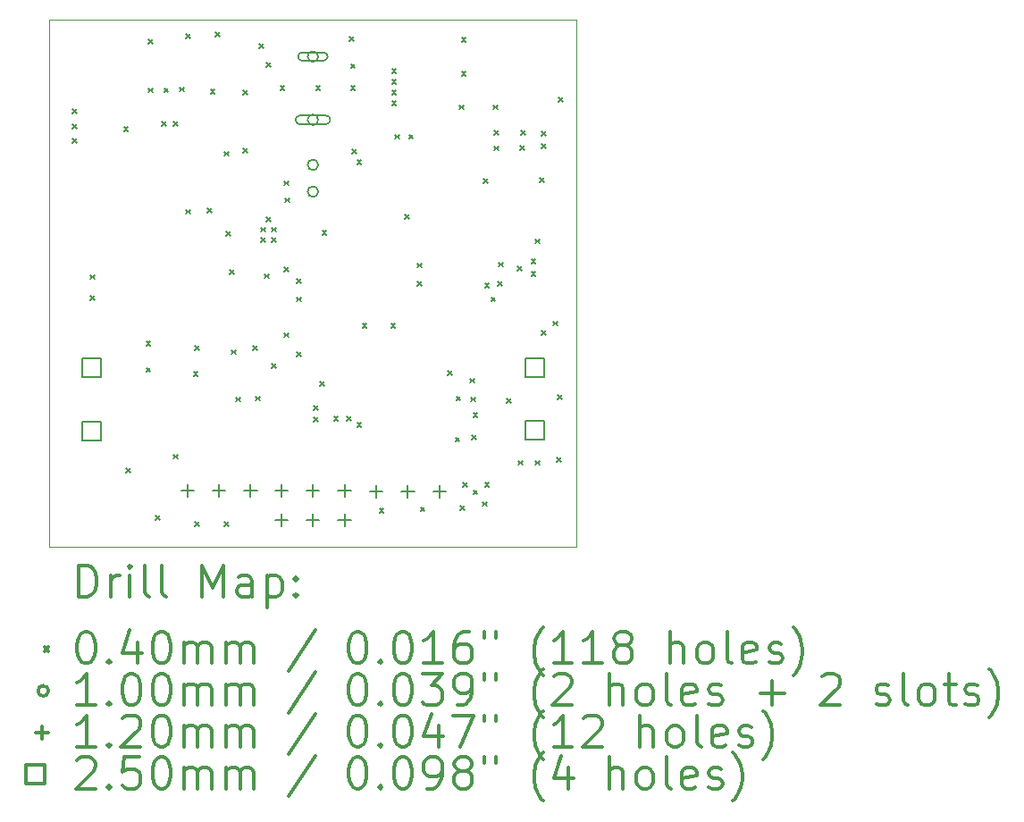
<source format=gbr>
%FSLAX45Y45*%
G04 Gerber Fmt 4.5, Leading zero omitted, Abs format (unit mm)*
G04 Created by KiCad (PCBNEW (5.1.8)-1) date 2022-11-19 17:46:05*
%MOMM*%
%LPD*%
G01*
G04 APERTURE LIST*
%TA.AperFunction,Profile*%
%ADD10C,0.100000*%
%TD*%
%ADD11C,0.200000*%
%ADD12C,0.300000*%
G04 APERTURE END LIST*
D10*
X15000000Y-5000000D02*
X15000000Y-10000000D01*
X10000000Y-5000000D02*
X15000000Y-5000000D01*
X10000000Y-10000000D02*
X10000000Y-5000000D01*
X15000000Y-10000000D02*
X10000000Y-10000000D01*
D11*
X10220000Y-5850000D02*
X10260000Y-5890000D01*
X10260000Y-5850000D02*
X10220000Y-5890000D01*
X10220000Y-5990000D02*
X10260000Y-6030000D01*
X10260000Y-5990000D02*
X10220000Y-6030000D01*
X10220000Y-6130000D02*
X10260000Y-6170000D01*
X10260000Y-6130000D02*
X10220000Y-6170000D01*
X10390000Y-7420000D02*
X10430000Y-7460000D01*
X10430000Y-7420000D02*
X10390000Y-7460000D01*
X10390000Y-7620000D02*
X10430000Y-7660000D01*
X10430000Y-7620000D02*
X10390000Y-7660000D01*
X10710000Y-6020000D02*
X10750000Y-6060000D01*
X10750000Y-6020000D02*
X10710000Y-6060000D01*
X10730000Y-9250000D02*
X10770000Y-9290000D01*
X10770000Y-9250000D02*
X10730000Y-9290000D01*
X10920000Y-8050000D02*
X10960000Y-8090000D01*
X10960000Y-8050000D02*
X10920000Y-8090000D01*
X10920000Y-8300000D02*
X10960000Y-8340000D01*
X10960000Y-8300000D02*
X10920000Y-8340000D01*
X10940000Y-5190000D02*
X10980000Y-5230000D01*
X10980000Y-5190000D02*
X10940000Y-5230000D01*
X10940000Y-5650000D02*
X10980000Y-5690000D01*
X10980000Y-5650000D02*
X10940000Y-5690000D01*
X11010000Y-9700000D02*
X11050000Y-9740000D01*
X11050000Y-9700000D02*
X11010000Y-9740000D01*
X11070000Y-5970000D02*
X11110000Y-6010000D01*
X11110000Y-5970000D02*
X11070000Y-6010000D01*
X11090000Y-5650000D02*
X11130000Y-5690000D01*
X11130000Y-5650000D02*
X11090000Y-5690000D01*
X11180000Y-5970000D02*
X11220000Y-6010000D01*
X11220000Y-5970000D02*
X11180000Y-6010000D01*
X11180000Y-9120000D02*
X11220000Y-9160000D01*
X11220000Y-9120000D02*
X11180000Y-9160000D01*
X11240000Y-5640000D02*
X11280000Y-5680000D01*
X11280000Y-5640000D02*
X11240000Y-5680000D01*
X11300000Y-5140000D02*
X11340000Y-5180000D01*
X11340000Y-5140000D02*
X11300000Y-5180000D01*
X11300000Y-6800000D02*
X11340000Y-6840000D01*
X11340000Y-6800000D02*
X11300000Y-6840000D01*
X11370000Y-8340000D02*
X11410000Y-8380000D01*
X11410000Y-8340000D02*
X11370000Y-8380000D01*
X11380000Y-8090000D02*
X11420000Y-8130000D01*
X11420000Y-8090000D02*
X11380000Y-8130000D01*
X11380000Y-9760000D02*
X11420000Y-9800000D01*
X11420000Y-9760000D02*
X11380000Y-9800000D01*
X11500000Y-6790000D02*
X11540000Y-6830000D01*
X11540000Y-6790000D02*
X11500000Y-6830000D01*
X11530000Y-5660000D02*
X11570000Y-5700000D01*
X11570000Y-5660000D02*
X11530000Y-5700000D01*
X11580000Y-5120000D02*
X11620000Y-5160000D01*
X11620000Y-5120000D02*
X11580000Y-5160000D01*
X11660000Y-6250000D02*
X11700000Y-6290000D01*
X11700000Y-6250000D02*
X11660000Y-6290000D01*
X11660000Y-9760000D02*
X11700000Y-9800000D01*
X11700000Y-9760000D02*
X11660000Y-9800000D01*
X11680000Y-7010000D02*
X11720000Y-7050000D01*
X11720000Y-7010000D02*
X11680000Y-7050000D01*
X11710000Y-7370000D02*
X11750000Y-7410000D01*
X11750000Y-7370000D02*
X11710000Y-7410000D01*
X11730000Y-8130000D02*
X11770000Y-8170000D01*
X11770000Y-8130000D02*
X11730000Y-8170000D01*
X11770000Y-8580000D02*
X11810000Y-8620000D01*
X11810000Y-8580000D02*
X11770000Y-8620000D01*
X11840000Y-5670000D02*
X11880000Y-5710000D01*
X11880000Y-5670000D02*
X11840000Y-5710000D01*
X11840000Y-6220000D02*
X11880000Y-6260000D01*
X11880000Y-6220000D02*
X11840000Y-6260000D01*
X11930000Y-8090000D02*
X11970000Y-8130000D01*
X11970000Y-8090000D02*
X11930000Y-8130000D01*
X11960000Y-8570000D02*
X12000000Y-8610000D01*
X12000000Y-8570000D02*
X11960000Y-8610000D01*
X11990000Y-5230000D02*
X12030000Y-5270000D01*
X12030000Y-5230000D02*
X11990000Y-5270000D01*
X12010000Y-6970000D02*
X12050000Y-7010000D01*
X12050000Y-6970000D02*
X12010000Y-7010000D01*
X12010000Y-7070000D02*
X12050000Y-7110000D01*
X12050000Y-7070000D02*
X12010000Y-7110000D01*
X12040000Y-7410000D02*
X12080000Y-7450000D01*
X12080000Y-7410000D02*
X12040000Y-7450000D01*
X12060000Y-5410000D02*
X12100000Y-5450000D01*
X12100000Y-5410000D02*
X12060000Y-5450000D01*
X12060000Y-6870000D02*
X12100000Y-6910000D01*
X12100000Y-6870000D02*
X12060000Y-6910000D01*
X12110000Y-6970000D02*
X12150000Y-7010000D01*
X12150000Y-6970000D02*
X12110000Y-7010000D01*
X12110000Y-7070000D02*
X12150000Y-7110000D01*
X12150000Y-7070000D02*
X12110000Y-7110000D01*
X12110000Y-8260000D02*
X12150000Y-8300000D01*
X12150000Y-8260000D02*
X12110000Y-8300000D01*
X12190000Y-5630000D02*
X12230000Y-5670000D01*
X12230000Y-5630000D02*
X12190000Y-5670000D01*
X12230000Y-6530000D02*
X12270000Y-6570000D01*
X12270000Y-6530000D02*
X12230000Y-6570000D01*
X12230000Y-7350001D02*
X12270000Y-7390001D01*
X12270000Y-7350001D02*
X12230000Y-7390001D01*
X12230000Y-7970000D02*
X12270000Y-8010000D01*
X12270000Y-7970000D02*
X12230000Y-8010000D01*
X12240000Y-6690000D02*
X12280000Y-6730000D01*
X12280000Y-6690000D02*
X12240000Y-6730000D01*
X12350000Y-7460000D02*
X12390000Y-7500000D01*
X12390000Y-7460000D02*
X12350000Y-7500000D01*
X12350000Y-7630000D02*
X12390000Y-7670000D01*
X12390000Y-7630000D02*
X12350000Y-7670000D01*
X12350000Y-8150000D02*
X12390000Y-8190000D01*
X12390000Y-8150000D02*
X12350000Y-8190000D01*
X12510000Y-8660000D02*
X12550000Y-8700000D01*
X12550000Y-8660000D02*
X12510000Y-8700000D01*
X12510000Y-8770000D02*
X12550000Y-8810000D01*
X12550000Y-8770000D02*
X12510000Y-8810000D01*
X12530000Y-5630000D02*
X12570000Y-5670000D01*
X12570000Y-5630000D02*
X12530000Y-5670000D01*
X12570001Y-8428226D02*
X12610001Y-8468226D01*
X12610001Y-8428226D02*
X12570001Y-8468226D01*
X12590000Y-7000000D02*
X12630000Y-7040000D01*
X12630000Y-7000000D02*
X12590000Y-7040000D01*
X12700000Y-8760000D02*
X12740000Y-8800000D01*
X12740000Y-8760000D02*
X12700000Y-8800000D01*
X12820000Y-8760000D02*
X12860000Y-8800000D01*
X12860000Y-8760000D02*
X12820000Y-8800000D01*
X12850000Y-5160000D02*
X12890000Y-5200000D01*
X12890000Y-5160000D02*
X12850000Y-5200000D01*
X12860000Y-5420000D02*
X12900000Y-5460000D01*
X12900000Y-5420000D02*
X12860000Y-5460000D01*
X12860000Y-5630000D02*
X12900000Y-5670000D01*
X12900000Y-5630000D02*
X12860000Y-5670000D01*
X12870000Y-6230000D02*
X12910000Y-6270000D01*
X12910000Y-6230000D02*
X12870000Y-6270000D01*
X12920000Y-6330000D02*
X12960000Y-6370000D01*
X12960000Y-6330000D02*
X12920000Y-6370000D01*
X12920000Y-8820000D02*
X12960000Y-8860000D01*
X12960000Y-8820000D02*
X12920000Y-8860000D01*
X12970000Y-7880000D02*
X13010000Y-7920000D01*
X13010000Y-7880000D02*
X12970000Y-7920000D01*
X13130000Y-9630000D02*
X13170000Y-9670000D01*
X13170000Y-9630000D02*
X13130000Y-9670000D01*
X13240000Y-7880000D02*
X13280000Y-7920000D01*
X13280000Y-7880000D02*
X13240000Y-7920000D01*
X13250000Y-5470000D02*
X13290000Y-5510000D01*
X13290000Y-5470000D02*
X13250000Y-5510000D01*
X13250000Y-5570000D02*
X13290000Y-5610000D01*
X13290000Y-5570000D02*
X13250000Y-5610000D01*
X13250000Y-5670000D02*
X13290000Y-5710000D01*
X13290000Y-5670000D02*
X13250000Y-5710000D01*
X13250000Y-5770000D02*
X13290000Y-5810000D01*
X13290000Y-5770000D02*
X13250000Y-5810000D01*
X13280000Y-6090000D02*
X13320000Y-6130000D01*
X13320000Y-6090000D02*
X13280000Y-6130000D01*
X13370000Y-6850000D02*
X13410000Y-6890000D01*
X13410000Y-6850000D02*
X13370000Y-6890000D01*
X13410000Y-6090000D02*
X13450000Y-6130000D01*
X13450000Y-6090000D02*
X13410000Y-6130000D01*
X13490000Y-7310000D02*
X13530000Y-7350000D01*
X13530000Y-7310000D02*
X13490000Y-7350000D01*
X13490000Y-7480000D02*
X13530000Y-7520000D01*
X13530000Y-7480000D02*
X13490000Y-7520000D01*
X13520000Y-9620000D02*
X13560000Y-9660000D01*
X13560000Y-9620000D02*
X13520000Y-9660000D01*
X13780000Y-8330000D02*
X13820000Y-8370000D01*
X13820000Y-8330000D02*
X13780000Y-8370000D01*
X13850000Y-8960000D02*
X13890000Y-9000000D01*
X13890000Y-8960000D02*
X13850000Y-9000000D01*
X13860000Y-8570000D02*
X13900000Y-8610000D01*
X13900000Y-8570000D02*
X13860000Y-8610000D01*
X13890000Y-5810000D02*
X13930000Y-5850000D01*
X13930000Y-5810000D02*
X13890000Y-5850000D01*
X13900000Y-9610000D02*
X13940000Y-9650000D01*
X13940000Y-9610000D02*
X13900000Y-9650000D01*
X13910000Y-5170000D02*
X13950000Y-5210000D01*
X13950000Y-5170000D02*
X13910000Y-5210000D01*
X13910000Y-5490000D02*
X13950000Y-5530000D01*
X13950000Y-5490000D02*
X13910000Y-5530000D01*
X13920000Y-9390000D02*
X13960000Y-9430000D01*
X13960000Y-9390000D02*
X13920000Y-9430000D01*
X13990000Y-8400000D02*
X14030000Y-8440000D01*
X14030000Y-8400000D02*
X13990000Y-8440000D01*
X14000000Y-8580000D02*
X14040000Y-8620000D01*
X14040000Y-8580000D02*
X14000000Y-8620000D01*
X14010000Y-8940000D02*
X14050000Y-8980000D01*
X14050000Y-8940000D02*
X14010000Y-8980000D01*
X14020000Y-8730000D02*
X14060000Y-8770000D01*
X14060000Y-8730000D02*
X14020000Y-8770000D01*
X14020000Y-9460000D02*
X14060000Y-9500000D01*
X14060000Y-9460000D02*
X14020000Y-9500000D01*
X14110000Y-9570000D02*
X14150000Y-9610000D01*
X14150000Y-9570000D02*
X14110000Y-9610000D01*
X14120000Y-6510000D02*
X14160000Y-6550000D01*
X14160000Y-6510000D02*
X14120000Y-6550000D01*
X14130000Y-7500000D02*
X14170000Y-7540000D01*
X14170000Y-7500000D02*
X14130000Y-7540000D01*
X14130000Y-9390000D02*
X14170000Y-9430000D01*
X14170000Y-9390000D02*
X14130000Y-9430000D01*
X14190000Y-7630000D02*
X14230000Y-7670000D01*
X14230000Y-7630000D02*
X14190000Y-7670000D01*
X14210000Y-5810000D02*
X14250000Y-5850000D01*
X14250000Y-5810000D02*
X14210000Y-5850000D01*
X14220000Y-6050000D02*
X14260000Y-6090000D01*
X14260000Y-6050000D02*
X14220000Y-6090000D01*
X14220000Y-6200000D02*
X14260000Y-6240000D01*
X14260000Y-6200000D02*
X14220000Y-6240000D01*
X14250000Y-7480000D02*
X14290000Y-7520000D01*
X14290000Y-7480000D02*
X14250000Y-7520000D01*
X14260000Y-7300000D02*
X14300000Y-7340000D01*
X14300000Y-7300000D02*
X14260000Y-7340000D01*
X14340000Y-8590000D02*
X14380000Y-8630000D01*
X14380000Y-8590000D02*
X14340000Y-8630000D01*
X14440000Y-7340000D02*
X14480000Y-7380000D01*
X14480000Y-7340000D02*
X14440000Y-7380000D01*
X14450000Y-9180000D02*
X14490000Y-9220000D01*
X14490000Y-9180000D02*
X14450000Y-9220000D01*
X14467000Y-6193000D02*
X14507000Y-6233000D01*
X14507000Y-6193000D02*
X14467000Y-6233000D01*
X14470000Y-6050000D02*
X14510000Y-6090000D01*
X14510000Y-6050000D02*
X14470000Y-6090000D01*
X14570000Y-7270000D02*
X14610000Y-7310000D01*
X14610000Y-7270000D02*
X14570000Y-7310000D01*
X14570000Y-7390000D02*
X14610000Y-7430000D01*
X14610000Y-7390000D02*
X14570000Y-7430000D01*
X14610000Y-7080000D02*
X14650000Y-7120000D01*
X14650000Y-7080000D02*
X14610000Y-7120000D01*
X14610000Y-9180000D02*
X14650000Y-9220000D01*
X14650000Y-9180000D02*
X14610000Y-9220000D01*
X14650000Y-6500000D02*
X14690000Y-6540000D01*
X14690000Y-6500000D02*
X14650000Y-6540000D01*
X14670000Y-6060000D02*
X14710000Y-6100000D01*
X14710000Y-6060000D02*
X14670000Y-6100000D01*
X14670000Y-6180000D02*
X14710000Y-6220000D01*
X14710000Y-6180000D02*
X14670000Y-6220000D01*
X14670000Y-7950000D02*
X14710000Y-7990000D01*
X14710000Y-7950000D02*
X14670000Y-7990000D01*
X14780000Y-7860000D02*
X14820000Y-7900000D01*
X14820000Y-7860000D02*
X14780000Y-7900000D01*
X14810000Y-9150000D02*
X14850000Y-9190000D01*
X14850000Y-9150000D02*
X14810000Y-9190000D01*
X14820000Y-8560000D02*
X14860000Y-8600000D01*
X14860000Y-8560000D02*
X14820000Y-8600000D01*
X14830000Y-5740000D02*
X14870000Y-5780000D01*
X14870000Y-5740000D02*
X14830000Y-5780000D01*
X12550000Y-5350000D02*
G75*
G03*
X12550000Y-5350000I-50000J0D01*
G01*
X12400000Y-5390000D02*
X12600000Y-5390000D01*
X12400000Y-5310000D02*
X12600000Y-5310000D01*
X12600000Y-5390000D02*
G75*
G03*
X12600000Y-5310000I0J40000D01*
G01*
X12400000Y-5310000D02*
G75*
G03*
X12400000Y-5390000I0J-40000D01*
G01*
X12550000Y-5950000D02*
G75*
G03*
X12550000Y-5950000I-50000J0D01*
G01*
X12375000Y-5990000D02*
X12625000Y-5990000D01*
X12375000Y-5910000D02*
X12625000Y-5910000D01*
X12625000Y-5990000D02*
G75*
G03*
X12625000Y-5910000I0J40000D01*
G01*
X12375000Y-5910000D02*
G75*
G03*
X12375000Y-5990000I0J-40000D01*
G01*
X12550000Y-6376000D02*
G75*
G03*
X12550000Y-6376000I-50000J0D01*
G01*
X12550000Y-6630000D02*
G75*
G03*
X12550000Y-6630000I-50000J0D01*
G01*
X11310000Y-9400000D02*
X11310000Y-9520000D01*
X11250000Y-9460000D02*
X11370000Y-9460000D01*
X11610000Y-9400000D02*
X11610000Y-9520000D01*
X11550000Y-9460000D02*
X11670000Y-9460000D01*
X11910000Y-9400000D02*
X11910000Y-9520000D01*
X11850000Y-9460000D02*
X11970000Y-9460000D01*
X12200000Y-9400000D02*
X12200000Y-9520000D01*
X12140000Y-9460000D02*
X12260000Y-9460000D01*
X12500000Y-9400000D02*
X12500000Y-9520000D01*
X12440000Y-9460000D02*
X12560000Y-9460000D01*
X12800000Y-9400000D02*
X12800000Y-9520000D01*
X12740000Y-9460000D02*
X12860000Y-9460000D01*
X13100000Y-9410000D02*
X13100000Y-9530000D01*
X13040000Y-9470000D02*
X13160000Y-9470000D01*
X13400000Y-9410000D02*
X13400000Y-9530000D01*
X13340000Y-9470000D02*
X13460000Y-9470000D01*
X13700000Y-9410000D02*
X13700000Y-9530000D01*
X13640000Y-9470000D02*
X13760000Y-9470000D01*
X12200000Y-9680000D02*
X12200000Y-9800000D01*
X12140000Y-9740000D02*
X12260000Y-9740000D01*
X12500000Y-9680000D02*
X12500000Y-9800000D01*
X12440000Y-9740000D02*
X12560000Y-9740000D01*
X12800000Y-9680000D02*
X12800000Y-9800000D01*
X12740000Y-9740000D02*
X12860000Y-9740000D01*
X14688389Y-8388389D02*
X14688389Y-8211611D01*
X14511611Y-8211611D01*
X14511611Y-8388389D01*
X14688389Y-8388389D01*
X10488389Y-8388389D02*
X10488389Y-8211611D01*
X10311611Y-8211611D01*
X10311611Y-8388389D01*
X10488389Y-8388389D01*
X14688389Y-8978389D02*
X14688389Y-8801611D01*
X14511611Y-8801611D01*
X14511611Y-8978389D01*
X14688389Y-8978389D01*
X10488389Y-8988389D02*
X10488389Y-8811611D01*
X10311611Y-8811611D01*
X10311611Y-8988389D01*
X10488389Y-8988389D01*
D12*
X10281428Y-10470714D02*
X10281428Y-10170714D01*
X10352857Y-10170714D01*
X10395714Y-10185000D01*
X10424286Y-10213572D01*
X10438571Y-10242143D01*
X10452857Y-10299286D01*
X10452857Y-10342143D01*
X10438571Y-10399286D01*
X10424286Y-10427857D01*
X10395714Y-10456429D01*
X10352857Y-10470714D01*
X10281428Y-10470714D01*
X10581428Y-10470714D02*
X10581428Y-10270714D01*
X10581428Y-10327857D02*
X10595714Y-10299286D01*
X10610000Y-10285000D01*
X10638571Y-10270714D01*
X10667143Y-10270714D01*
X10767143Y-10470714D02*
X10767143Y-10270714D01*
X10767143Y-10170714D02*
X10752857Y-10185000D01*
X10767143Y-10199286D01*
X10781428Y-10185000D01*
X10767143Y-10170714D01*
X10767143Y-10199286D01*
X10952857Y-10470714D02*
X10924286Y-10456429D01*
X10910000Y-10427857D01*
X10910000Y-10170714D01*
X11110000Y-10470714D02*
X11081428Y-10456429D01*
X11067143Y-10427857D01*
X11067143Y-10170714D01*
X11452857Y-10470714D02*
X11452857Y-10170714D01*
X11552857Y-10385000D01*
X11652857Y-10170714D01*
X11652857Y-10470714D01*
X11924286Y-10470714D02*
X11924286Y-10313572D01*
X11910000Y-10285000D01*
X11881428Y-10270714D01*
X11824286Y-10270714D01*
X11795714Y-10285000D01*
X11924286Y-10456429D02*
X11895714Y-10470714D01*
X11824286Y-10470714D01*
X11795714Y-10456429D01*
X11781428Y-10427857D01*
X11781428Y-10399286D01*
X11795714Y-10370714D01*
X11824286Y-10356429D01*
X11895714Y-10356429D01*
X11924286Y-10342143D01*
X12067143Y-10270714D02*
X12067143Y-10570714D01*
X12067143Y-10285000D02*
X12095714Y-10270714D01*
X12152857Y-10270714D01*
X12181428Y-10285000D01*
X12195714Y-10299286D01*
X12210000Y-10327857D01*
X12210000Y-10413572D01*
X12195714Y-10442143D01*
X12181428Y-10456429D01*
X12152857Y-10470714D01*
X12095714Y-10470714D01*
X12067143Y-10456429D01*
X12338571Y-10442143D02*
X12352857Y-10456429D01*
X12338571Y-10470714D01*
X12324286Y-10456429D01*
X12338571Y-10442143D01*
X12338571Y-10470714D01*
X12338571Y-10285000D02*
X12352857Y-10299286D01*
X12338571Y-10313572D01*
X12324286Y-10299286D01*
X12338571Y-10285000D01*
X12338571Y-10313572D01*
X9955000Y-10945000D02*
X9995000Y-10985000D01*
X9995000Y-10945000D02*
X9955000Y-10985000D01*
X10338571Y-10800714D02*
X10367143Y-10800714D01*
X10395714Y-10815000D01*
X10410000Y-10829286D01*
X10424286Y-10857857D01*
X10438571Y-10915000D01*
X10438571Y-10986429D01*
X10424286Y-11043572D01*
X10410000Y-11072143D01*
X10395714Y-11086429D01*
X10367143Y-11100714D01*
X10338571Y-11100714D01*
X10310000Y-11086429D01*
X10295714Y-11072143D01*
X10281428Y-11043572D01*
X10267143Y-10986429D01*
X10267143Y-10915000D01*
X10281428Y-10857857D01*
X10295714Y-10829286D01*
X10310000Y-10815000D01*
X10338571Y-10800714D01*
X10567143Y-11072143D02*
X10581428Y-11086429D01*
X10567143Y-11100714D01*
X10552857Y-11086429D01*
X10567143Y-11072143D01*
X10567143Y-11100714D01*
X10838571Y-10900714D02*
X10838571Y-11100714D01*
X10767143Y-10786429D02*
X10695714Y-11000714D01*
X10881428Y-11000714D01*
X11052857Y-10800714D02*
X11081428Y-10800714D01*
X11110000Y-10815000D01*
X11124286Y-10829286D01*
X11138571Y-10857857D01*
X11152857Y-10915000D01*
X11152857Y-10986429D01*
X11138571Y-11043572D01*
X11124286Y-11072143D01*
X11110000Y-11086429D01*
X11081428Y-11100714D01*
X11052857Y-11100714D01*
X11024286Y-11086429D01*
X11010000Y-11072143D01*
X10995714Y-11043572D01*
X10981428Y-10986429D01*
X10981428Y-10915000D01*
X10995714Y-10857857D01*
X11010000Y-10829286D01*
X11024286Y-10815000D01*
X11052857Y-10800714D01*
X11281428Y-11100714D02*
X11281428Y-10900714D01*
X11281428Y-10929286D02*
X11295714Y-10915000D01*
X11324286Y-10900714D01*
X11367143Y-10900714D01*
X11395714Y-10915000D01*
X11410000Y-10943572D01*
X11410000Y-11100714D01*
X11410000Y-10943572D02*
X11424286Y-10915000D01*
X11452857Y-10900714D01*
X11495714Y-10900714D01*
X11524286Y-10915000D01*
X11538571Y-10943572D01*
X11538571Y-11100714D01*
X11681428Y-11100714D02*
X11681428Y-10900714D01*
X11681428Y-10929286D02*
X11695714Y-10915000D01*
X11724286Y-10900714D01*
X11767143Y-10900714D01*
X11795714Y-10915000D01*
X11810000Y-10943572D01*
X11810000Y-11100714D01*
X11810000Y-10943572D02*
X11824286Y-10915000D01*
X11852857Y-10900714D01*
X11895714Y-10900714D01*
X11924286Y-10915000D01*
X11938571Y-10943572D01*
X11938571Y-11100714D01*
X12524286Y-10786429D02*
X12267143Y-11172143D01*
X12910000Y-10800714D02*
X12938571Y-10800714D01*
X12967143Y-10815000D01*
X12981428Y-10829286D01*
X12995714Y-10857857D01*
X13010000Y-10915000D01*
X13010000Y-10986429D01*
X12995714Y-11043572D01*
X12981428Y-11072143D01*
X12967143Y-11086429D01*
X12938571Y-11100714D01*
X12910000Y-11100714D01*
X12881428Y-11086429D01*
X12867143Y-11072143D01*
X12852857Y-11043572D01*
X12838571Y-10986429D01*
X12838571Y-10915000D01*
X12852857Y-10857857D01*
X12867143Y-10829286D01*
X12881428Y-10815000D01*
X12910000Y-10800714D01*
X13138571Y-11072143D02*
X13152857Y-11086429D01*
X13138571Y-11100714D01*
X13124286Y-11086429D01*
X13138571Y-11072143D01*
X13138571Y-11100714D01*
X13338571Y-10800714D02*
X13367143Y-10800714D01*
X13395714Y-10815000D01*
X13410000Y-10829286D01*
X13424286Y-10857857D01*
X13438571Y-10915000D01*
X13438571Y-10986429D01*
X13424286Y-11043572D01*
X13410000Y-11072143D01*
X13395714Y-11086429D01*
X13367143Y-11100714D01*
X13338571Y-11100714D01*
X13310000Y-11086429D01*
X13295714Y-11072143D01*
X13281428Y-11043572D01*
X13267143Y-10986429D01*
X13267143Y-10915000D01*
X13281428Y-10857857D01*
X13295714Y-10829286D01*
X13310000Y-10815000D01*
X13338571Y-10800714D01*
X13724286Y-11100714D02*
X13552857Y-11100714D01*
X13638571Y-11100714D02*
X13638571Y-10800714D01*
X13610000Y-10843572D01*
X13581428Y-10872143D01*
X13552857Y-10886429D01*
X13981428Y-10800714D02*
X13924286Y-10800714D01*
X13895714Y-10815000D01*
X13881428Y-10829286D01*
X13852857Y-10872143D01*
X13838571Y-10929286D01*
X13838571Y-11043572D01*
X13852857Y-11072143D01*
X13867143Y-11086429D01*
X13895714Y-11100714D01*
X13952857Y-11100714D01*
X13981428Y-11086429D01*
X13995714Y-11072143D01*
X14010000Y-11043572D01*
X14010000Y-10972143D01*
X13995714Y-10943572D01*
X13981428Y-10929286D01*
X13952857Y-10915000D01*
X13895714Y-10915000D01*
X13867143Y-10929286D01*
X13852857Y-10943572D01*
X13838571Y-10972143D01*
X14124286Y-10800714D02*
X14124286Y-10857857D01*
X14238571Y-10800714D02*
X14238571Y-10857857D01*
X14681428Y-11215000D02*
X14667143Y-11200714D01*
X14638571Y-11157857D01*
X14624286Y-11129286D01*
X14610000Y-11086429D01*
X14595714Y-11015000D01*
X14595714Y-10957857D01*
X14610000Y-10886429D01*
X14624286Y-10843572D01*
X14638571Y-10815000D01*
X14667143Y-10772143D01*
X14681428Y-10757857D01*
X14952857Y-11100714D02*
X14781428Y-11100714D01*
X14867143Y-11100714D02*
X14867143Y-10800714D01*
X14838571Y-10843572D01*
X14810000Y-10872143D01*
X14781428Y-10886429D01*
X15238571Y-11100714D02*
X15067143Y-11100714D01*
X15152857Y-11100714D02*
X15152857Y-10800714D01*
X15124286Y-10843572D01*
X15095714Y-10872143D01*
X15067143Y-10886429D01*
X15410000Y-10929286D02*
X15381428Y-10915000D01*
X15367143Y-10900714D01*
X15352857Y-10872143D01*
X15352857Y-10857857D01*
X15367143Y-10829286D01*
X15381428Y-10815000D01*
X15410000Y-10800714D01*
X15467143Y-10800714D01*
X15495714Y-10815000D01*
X15510000Y-10829286D01*
X15524286Y-10857857D01*
X15524286Y-10872143D01*
X15510000Y-10900714D01*
X15495714Y-10915000D01*
X15467143Y-10929286D01*
X15410000Y-10929286D01*
X15381428Y-10943572D01*
X15367143Y-10957857D01*
X15352857Y-10986429D01*
X15352857Y-11043572D01*
X15367143Y-11072143D01*
X15381428Y-11086429D01*
X15410000Y-11100714D01*
X15467143Y-11100714D01*
X15495714Y-11086429D01*
X15510000Y-11072143D01*
X15524286Y-11043572D01*
X15524286Y-10986429D01*
X15510000Y-10957857D01*
X15495714Y-10943572D01*
X15467143Y-10929286D01*
X15881428Y-11100714D02*
X15881428Y-10800714D01*
X16010000Y-11100714D02*
X16010000Y-10943572D01*
X15995714Y-10915000D01*
X15967143Y-10900714D01*
X15924286Y-10900714D01*
X15895714Y-10915000D01*
X15881428Y-10929286D01*
X16195714Y-11100714D02*
X16167143Y-11086429D01*
X16152857Y-11072143D01*
X16138571Y-11043572D01*
X16138571Y-10957857D01*
X16152857Y-10929286D01*
X16167143Y-10915000D01*
X16195714Y-10900714D01*
X16238571Y-10900714D01*
X16267143Y-10915000D01*
X16281428Y-10929286D01*
X16295714Y-10957857D01*
X16295714Y-11043572D01*
X16281428Y-11072143D01*
X16267143Y-11086429D01*
X16238571Y-11100714D01*
X16195714Y-11100714D01*
X16467143Y-11100714D02*
X16438571Y-11086429D01*
X16424286Y-11057857D01*
X16424286Y-10800714D01*
X16695714Y-11086429D02*
X16667143Y-11100714D01*
X16610000Y-11100714D01*
X16581428Y-11086429D01*
X16567143Y-11057857D01*
X16567143Y-10943572D01*
X16581428Y-10915000D01*
X16610000Y-10900714D01*
X16667143Y-10900714D01*
X16695714Y-10915000D01*
X16710000Y-10943572D01*
X16710000Y-10972143D01*
X16567143Y-11000714D01*
X16824286Y-11086429D02*
X16852857Y-11100714D01*
X16910000Y-11100714D01*
X16938571Y-11086429D01*
X16952857Y-11057857D01*
X16952857Y-11043572D01*
X16938571Y-11015000D01*
X16910000Y-11000714D01*
X16867143Y-11000714D01*
X16838571Y-10986429D01*
X16824286Y-10957857D01*
X16824286Y-10943572D01*
X16838571Y-10915000D01*
X16867143Y-10900714D01*
X16910000Y-10900714D01*
X16938571Y-10915000D01*
X17052857Y-11215000D02*
X17067143Y-11200714D01*
X17095714Y-11157857D01*
X17110000Y-11129286D01*
X17124286Y-11086429D01*
X17138571Y-11015000D01*
X17138571Y-10957857D01*
X17124286Y-10886429D01*
X17110000Y-10843572D01*
X17095714Y-10815000D01*
X17067143Y-10772143D01*
X17052857Y-10757857D01*
X9995000Y-11361000D02*
G75*
G03*
X9995000Y-11361000I-50000J0D01*
G01*
X10438571Y-11496714D02*
X10267143Y-11496714D01*
X10352857Y-11496714D02*
X10352857Y-11196714D01*
X10324286Y-11239571D01*
X10295714Y-11268143D01*
X10267143Y-11282429D01*
X10567143Y-11468143D02*
X10581428Y-11482429D01*
X10567143Y-11496714D01*
X10552857Y-11482429D01*
X10567143Y-11468143D01*
X10567143Y-11496714D01*
X10767143Y-11196714D02*
X10795714Y-11196714D01*
X10824286Y-11211000D01*
X10838571Y-11225286D01*
X10852857Y-11253857D01*
X10867143Y-11311000D01*
X10867143Y-11382429D01*
X10852857Y-11439571D01*
X10838571Y-11468143D01*
X10824286Y-11482429D01*
X10795714Y-11496714D01*
X10767143Y-11496714D01*
X10738571Y-11482429D01*
X10724286Y-11468143D01*
X10710000Y-11439571D01*
X10695714Y-11382429D01*
X10695714Y-11311000D01*
X10710000Y-11253857D01*
X10724286Y-11225286D01*
X10738571Y-11211000D01*
X10767143Y-11196714D01*
X11052857Y-11196714D02*
X11081428Y-11196714D01*
X11110000Y-11211000D01*
X11124286Y-11225286D01*
X11138571Y-11253857D01*
X11152857Y-11311000D01*
X11152857Y-11382429D01*
X11138571Y-11439571D01*
X11124286Y-11468143D01*
X11110000Y-11482429D01*
X11081428Y-11496714D01*
X11052857Y-11496714D01*
X11024286Y-11482429D01*
X11010000Y-11468143D01*
X10995714Y-11439571D01*
X10981428Y-11382429D01*
X10981428Y-11311000D01*
X10995714Y-11253857D01*
X11010000Y-11225286D01*
X11024286Y-11211000D01*
X11052857Y-11196714D01*
X11281428Y-11496714D02*
X11281428Y-11296714D01*
X11281428Y-11325286D02*
X11295714Y-11311000D01*
X11324286Y-11296714D01*
X11367143Y-11296714D01*
X11395714Y-11311000D01*
X11410000Y-11339571D01*
X11410000Y-11496714D01*
X11410000Y-11339571D02*
X11424286Y-11311000D01*
X11452857Y-11296714D01*
X11495714Y-11296714D01*
X11524286Y-11311000D01*
X11538571Y-11339571D01*
X11538571Y-11496714D01*
X11681428Y-11496714D02*
X11681428Y-11296714D01*
X11681428Y-11325286D02*
X11695714Y-11311000D01*
X11724286Y-11296714D01*
X11767143Y-11296714D01*
X11795714Y-11311000D01*
X11810000Y-11339571D01*
X11810000Y-11496714D01*
X11810000Y-11339571D02*
X11824286Y-11311000D01*
X11852857Y-11296714D01*
X11895714Y-11296714D01*
X11924286Y-11311000D01*
X11938571Y-11339571D01*
X11938571Y-11496714D01*
X12524286Y-11182429D02*
X12267143Y-11568143D01*
X12910000Y-11196714D02*
X12938571Y-11196714D01*
X12967143Y-11211000D01*
X12981428Y-11225286D01*
X12995714Y-11253857D01*
X13010000Y-11311000D01*
X13010000Y-11382429D01*
X12995714Y-11439571D01*
X12981428Y-11468143D01*
X12967143Y-11482429D01*
X12938571Y-11496714D01*
X12910000Y-11496714D01*
X12881428Y-11482429D01*
X12867143Y-11468143D01*
X12852857Y-11439571D01*
X12838571Y-11382429D01*
X12838571Y-11311000D01*
X12852857Y-11253857D01*
X12867143Y-11225286D01*
X12881428Y-11211000D01*
X12910000Y-11196714D01*
X13138571Y-11468143D02*
X13152857Y-11482429D01*
X13138571Y-11496714D01*
X13124286Y-11482429D01*
X13138571Y-11468143D01*
X13138571Y-11496714D01*
X13338571Y-11196714D02*
X13367143Y-11196714D01*
X13395714Y-11211000D01*
X13410000Y-11225286D01*
X13424286Y-11253857D01*
X13438571Y-11311000D01*
X13438571Y-11382429D01*
X13424286Y-11439571D01*
X13410000Y-11468143D01*
X13395714Y-11482429D01*
X13367143Y-11496714D01*
X13338571Y-11496714D01*
X13310000Y-11482429D01*
X13295714Y-11468143D01*
X13281428Y-11439571D01*
X13267143Y-11382429D01*
X13267143Y-11311000D01*
X13281428Y-11253857D01*
X13295714Y-11225286D01*
X13310000Y-11211000D01*
X13338571Y-11196714D01*
X13538571Y-11196714D02*
X13724286Y-11196714D01*
X13624286Y-11311000D01*
X13667143Y-11311000D01*
X13695714Y-11325286D01*
X13710000Y-11339571D01*
X13724286Y-11368143D01*
X13724286Y-11439571D01*
X13710000Y-11468143D01*
X13695714Y-11482429D01*
X13667143Y-11496714D01*
X13581428Y-11496714D01*
X13552857Y-11482429D01*
X13538571Y-11468143D01*
X13867143Y-11496714D02*
X13924286Y-11496714D01*
X13952857Y-11482429D01*
X13967143Y-11468143D01*
X13995714Y-11425286D01*
X14010000Y-11368143D01*
X14010000Y-11253857D01*
X13995714Y-11225286D01*
X13981428Y-11211000D01*
X13952857Y-11196714D01*
X13895714Y-11196714D01*
X13867143Y-11211000D01*
X13852857Y-11225286D01*
X13838571Y-11253857D01*
X13838571Y-11325286D01*
X13852857Y-11353857D01*
X13867143Y-11368143D01*
X13895714Y-11382429D01*
X13952857Y-11382429D01*
X13981428Y-11368143D01*
X13995714Y-11353857D01*
X14010000Y-11325286D01*
X14124286Y-11196714D02*
X14124286Y-11253857D01*
X14238571Y-11196714D02*
X14238571Y-11253857D01*
X14681428Y-11611000D02*
X14667143Y-11596714D01*
X14638571Y-11553857D01*
X14624286Y-11525286D01*
X14610000Y-11482429D01*
X14595714Y-11411000D01*
X14595714Y-11353857D01*
X14610000Y-11282429D01*
X14624286Y-11239571D01*
X14638571Y-11211000D01*
X14667143Y-11168143D01*
X14681428Y-11153857D01*
X14781428Y-11225286D02*
X14795714Y-11211000D01*
X14824286Y-11196714D01*
X14895714Y-11196714D01*
X14924286Y-11211000D01*
X14938571Y-11225286D01*
X14952857Y-11253857D01*
X14952857Y-11282429D01*
X14938571Y-11325286D01*
X14767143Y-11496714D01*
X14952857Y-11496714D01*
X15310000Y-11496714D02*
X15310000Y-11196714D01*
X15438571Y-11496714D02*
X15438571Y-11339571D01*
X15424286Y-11311000D01*
X15395714Y-11296714D01*
X15352857Y-11296714D01*
X15324286Y-11311000D01*
X15310000Y-11325286D01*
X15624286Y-11496714D02*
X15595714Y-11482429D01*
X15581428Y-11468143D01*
X15567143Y-11439571D01*
X15567143Y-11353857D01*
X15581428Y-11325286D01*
X15595714Y-11311000D01*
X15624286Y-11296714D01*
X15667143Y-11296714D01*
X15695714Y-11311000D01*
X15710000Y-11325286D01*
X15724286Y-11353857D01*
X15724286Y-11439571D01*
X15710000Y-11468143D01*
X15695714Y-11482429D01*
X15667143Y-11496714D01*
X15624286Y-11496714D01*
X15895714Y-11496714D02*
X15867143Y-11482429D01*
X15852857Y-11453857D01*
X15852857Y-11196714D01*
X16124286Y-11482429D02*
X16095714Y-11496714D01*
X16038571Y-11496714D01*
X16010000Y-11482429D01*
X15995714Y-11453857D01*
X15995714Y-11339571D01*
X16010000Y-11311000D01*
X16038571Y-11296714D01*
X16095714Y-11296714D01*
X16124286Y-11311000D01*
X16138571Y-11339571D01*
X16138571Y-11368143D01*
X15995714Y-11396714D01*
X16252857Y-11482429D02*
X16281428Y-11496714D01*
X16338571Y-11496714D01*
X16367143Y-11482429D01*
X16381428Y-11453857D01*
X16381428Y-11439571D01*
X16367143Y-11411000D01*
X16338571Y-11396714D01*
X16295714Y-11396714D01*
X16267143Y-11382429D01*
X16252857Y-11353857D01*
X16252857Y-11339571D01*
X16267143Y-11311000D01*
X16295714Y-11296714D01*
X16338571Y-11296714D01*
X16367143Y-11311000D01*
X16738571Y-11382429D02*
X16967143Y-11382429D01*
X16852857Y-11496714D02*
X16852857Y-11268143D01*
X17324286Y-11225286D02*
X17338571Y-11211000D01*
X17367143Y-11196714D01*
X17438571Y-11196714D01*
X17467143Y-11211000D01*
X17481428Y-11225286D01*
X17495714Y-11253857D01*
X17495714Y-11282429D01*
X17481428Y-11325286D01*
X17310000Y-11496714D01*
X17495714Y-11496714D01*
X17838571Y-11482429D02*
X17867143Y-11496714D01*
X17924286Y-11496714D01*
X17952857Y-11482429D01*
X17967143Y-11453857D01*
X17967143Y-11439571D01*
X17952857Y-11411000D01*
X17924286Y-11396714D01*
X17881428Y-11396714D01*
X17852857Y-11382429D01*
X17838571Y-11353857D01*
X17838571Y-11339571D01*
X17852857Y-11311000D01*
X17881428Y-11296714D01*
X17924286Y-11296714D01*
X17952857Y-11311000D01*
X18138571Y-11496714D02*
X18110000Y-11482429D01*
X18095714Y-11453857D01*
X18095714Y-11196714D01*
X18295714Y-11496714D02*
X18267143Y-11482429D01*
X18252857Y-11468143D01*
X18238571Y-11439571D01*
X18238571Y-11353857D01*
X18252857Y-11325286D01*
X18267143Y-11311000D01*
X18295714Y-11296714D01*
X18338571Y-11296714D01*
X18367143Y-11311000D01*
X18381428Y-11325286D01*
X18395714Y-11353857D01*
X18395714Y-11439571D01*
X18381428Y-11468143D01*
X18367143Y-11482429D01*
X18338571Y-11496714D01*
X18295714Y-11496714D01*
X18481428Y-11296714D02*
X18595714Y-11296714D01*
X18524286Y-11196714D02*
X18524286Y-11453857D01*
X18538571Y-11482429D01*
X18567143Y-11496714D01*
X18595714Y-11496714D01*
X18681428Y-11482429D02*
X18710000Y-11496714D01*
X18767143Y-11496714D01*
X18795714Y-11482429D01*
X18810000Y-11453857D01*
X18810000Y-11439571D01*
X18795714Y-11411000D01*
X18767143Y-11396714D01*
X18724286Y-11396714D01*
X18695714Y-11382429D01*
X18681428Y-11353857D01*
X18681428Y-11339571D01*
X18695714Y-11311000D01*
X18724286Y-11296714D01*
X18767143Y-11296714D01*
X18795714Y-11311000D01*
X18910000Y-11611000D02*
X18924286Y-11596714D01*
X18952857Y-11553857D01*
X18967143Y-11525286D01*
X18981428Y-11482429D01*
X18995714Y-11411000D01*
X18995714Y-11353857D01*
X18981428Y-11282429D01*
X18967143Y-11239571D01*
X18952857Y-11211000D01*
X18924286Y-11168143D01*
X18910000Y-11153857D01*
X9935000Y-11697000D02*
X9935000Y-11817000D01*
X9875000Y-11757000D02*
X9995000Y-11757000D01*
X10438571Y-11892714D02*
X10267143Y-11892714D01*
X10352857Y-11892714D02*
X10352857Y-11592714D01*
X10324286Y-11635571D01*
X10295714Y-11664143D01*
X10267143Y-11678429D01*
X10567143Y-11864143D02*
X10581428Y-11878429D01*
X10567143Y-11892714D01*
X10552857Y-11878429D01*
X10567143Y-11864143D01*
X10567143Y-11892714D01*
X10695714Y-11621286D02*
X10710000Y-11607000D01*
X10738571Y-11592714D01*
X10810000Y-11592714D01*
X10838571Y-11607000D01*
X10852857Y-11621286D01*
X10867143Y-11649857D01*
X10867143Y-11678429D01*
X10852857Y-11721286D01*
X10681428Y-11892714D01*
X10867143Y-11892714D01*
X11052857Y-11592714D02*
X11081428Y-11592714D01*
X11110000Y-11607000D01*
X11124286Y-11621286D01*
X11138571Y-11649857D01*
X11152857Y-11707000D01*
X11152857Y-11778429D01*
X11138571Y-11835571D01*
X11124286Y-11864143D01*
X11110000Y-11878429D01*
X11081428Y-11892714D01*
X11052857Y-11892714D01*
X11024286Y-11878429D01*
X11010000Y-11864143D01*
X10995714Y-11835571D01*
X10981428Y-11778429D01*
X10981428Y-11707000D01*
X10995714Y-11649857D01*
X11010000Y-11621286D01*
X11024286Y-11607000D01*
X11052857Y-11592714D01*
X11281428Y-11892714D02*
X11281428Y-11692714D01*
X11281428Y-11721286D02*
X11295714Y-11707000D01*
X11324286Y-11692714D01*
X11367143Y-11692714D01*
X11395714Y-11707000D01*
X11410000Y-11735571D01*
X11410000Y-11892714D01*
X11410000Y-11735571D02*
X11424286Y-11707000D01*
X11452857Y-11692714D01*
X11495714Y-11692714D01*
X11524286Y-11707000D01*
X11538571Y-11735571D01*
X11538571Y-11892714D01*
X11681428Y-11892714D02*
X11681428Y-11692714D01*
X11681428Y-11721286D02*
X11695714Y-11707000D01*
X11724286Y-11692714D01*
X11767143Y-11692714D01*
X11795714Y-11707000D01*
X11810000Y-11735571D01*
X11810000Y-11892714D01*
X11810000Y-11735571D02*
X11824286Y-11707000D01*
X11852857Y-11692714D01*
X11895714Y-11692714D01*
X11924286Y-11707000D01*
X11938571Y-11735571D01*
X11938571Y-11892714D01*
X12524286Y-11578429D02*
X12267143Y-11964143D01*
X12910000Y-11592714D02*
X12938571Y-11592714D01*
X12967143Y-11607000D01*
X12981428Y-11621286D01*
X12995714Y-11649857D01*
X13010000Y-11707000D01*
X13010000Y-11778429D01*
X12995714Y-11835571D01*
X12981428Y-11864143D01*
X12967143Y-11878429D01*
X12938571Y-11892714D01*
X12910000Y-11892714D01*
X12881428Y-11878429D01*
X12867143Y-11864143D01*
X12852857Y-11835571D01*
X12838571Y-11778429D01*
X12838571Y-11707000D01*
X12852857Y-11649857D01*
X12867143Y-11621286D01*
X12881428Y-11607000D01*
X12910000Y-11592714D01*
X13138571Y-11864143D02*
X13152857Y-11878429D01*
X13138571Y-11892714D01*
X13124286Y-11878429D01*
X13138571Y-11864143D01*
X13138571Y-11892714D01*
X13338571Y-11592714D02*
X13367143Y-11592714D01*
X13395714Y-11607000D01*
X13410000Y-11621286D01*
X13424286Y-11649857D01*
X13438571Y-11707000D01*
X13438571Y-11778429D01*
X13424286Y-11835571D01*
X13410000Y-11864143D01*
X13395714Y-11878429D01*
X13367143Y-11892714D01*
X13338571Y-11892714D01*
X13310000Y-11878429D01*
X13295714Y-11864143D01*
X13281428Y-11835571D01*
X13267143Y-11778429D01*
X13267143Y-11707000D01*
X13281428Y-11649857D01*
X13295714Y-11621286D01*
X13310000Y-11607000D01*
X13338571Y-11592714D01*
X13695714Y-11692714D02*
X13695714Y-11892714D01*
X13624286Y-11578429D02*
X13552857Y-11792714D01*
X13738571Y-11792714D01*
X13824286Y-11592714D02*
X14024286Y-11592714D01*
X13895714Y-11892714D01*
X14124286Y-11592714D02*
X14124286Y-11649857D01*
X14238571Y-11592714D02*
X14238571Y-11649857D01*
X14681428Y-12007000D02*
X14667143Y-11992714D01*
X14638571Y-11949857D01*
X14624286Y-11921286D01*
X14610000Y-11878429D01*
X14595714Y-11807000D01*
X14595714Y-11749857D01*
X14610000Y-11678429D01*
X14624286Y-11635571D01*
X14638571Y-11607000D01*
X14667143Y-11564143D01*
X14681428Y-11549857D01*
X14952857Y-11892714D02*
X14781428Y-11892714D01*
X14867143Y-11892714D02*
X14867143Y-11592714D01*
X14838571Y-11635571D01*
X14810000Y-11664143D01*
X14781428Y-11678429D01*
X15067143Y-11621286D02*
X15081428Y-11607000D01*
X15110000Y-11592714D01*
X15181428Y-11592714D01*
X15210000Y-11607000D01*
X15224286Y-11621286D01*
X15238571Y-11649857D01*
X15238571Y-11678429D01*
X15224286Y-11721286D01*
X15052857Y-11892714D01*
X15238571Y-11892714D01*
X15595714Y-11892714D02*
X15595714Y-11592714D01*
X15724286Y-11892714D02*
X15724286Y-11735571D01*
X15710000Y-11707000D01*
X15681428Y-11692714D01*
X15638571Y-11692714D01*
X15610000Y-11707000D01*
X15595714Y-11721286D01*
X15910000Y-11892714D02*
X15881428Y-11878429D01*
X15867143Y-11864143D01*
X15852857Y-11835571D01*
X15852857Y-11749857D01*
X15867143Y-11721286D01*
X15881428Y-11707000D01*
X15910000Y-11692714D01*
X15952857Y-11692714D01*
X15981428Y-11707000D01*
X15995714Y-11721286D01*
X16010000Y-11749857D01*
X16010000Y-11835571D01*
X15995714Y-11864143D01*
X15981428Y-11878429D01*
X15952857Y-11892714D01*
X15910000Y-11892714D01*
X16181428Y-11892714D02*
X16152857Y-11878429D01*
X16138571Y-11849857D01*
X16138571Y-11592714D01*
X16410000Y-11878429D02*
X16381428Y-11892714D01*
X16324286Y-11892714D01*
X16295714Y-11878429D01*
X16281428Y-11849857D01*
X16281428Y-11735571D01*
X16295714Y-11707000D01*
X16324286Y-11692714D01*
X16381428Y-11692714D01*
X16410000Y-11707000D01*
X16424286Y-11735571D01*
X16424286Y-11764143D01*
X16281428Y-11792714D01*
X16538571Y-11878429D02*
X16567143Y-11892714D01*
X16624286Y-11892714D01*
X16652857Y-11878429D01*
X16667143Y-11849857D01*
X16667143Y-11835571D01*
X16652857Y-11807000D01*
X16624286Y-11792714D01*
X16581428Y-11792714D01*
X16552857Y-11778429D01*
X16538571Y-11749857D01*
X16538571Y-11735571D01*
X16552857Y-11707000D01*
X16581428Y-11692714D01*
X16624286Y-11692714D01*
X16652857Y-11707000D01*
X16767143Y-12007000D02*
X16781428Y-11992714D01*
X16810000Y-11949857D01*
X16824286Y-11921286D01*
X16838571Y-11878429D01*
X16852857Y-11807000D01*
X16852857Y-11749857D01*
X16838571Y-11678429D01*
X16824286Y-11635571D01*
X16810000Y-11607000D01*
X16781428Y-11564143D01*
X16767143Y-11549857D01*
X9958389Y-12241389D02*
X9958389Y-12064611D01*
X9781611Y-12064611D01*
X9781611Y-12241389D01*
X9958389Y-12241389D01*
X10267143Y-12017286D02*
X10281428Y-12003000D01*
X10310000Y-11988714D01*
X10381428Y-11988714D01*
X10410000Y-12003000D01*
X10424286Y-12017286D01*
X10438571Y-12045857D01*
X10438571Y-12074429D01*
X10424286Y-12117286D01*
X10252857Y-12288714D01*
X10438571Y-12288714D01*
X10567143Y-12260143D02*
X10581428Y-12274429D01*
X10567143Y-12288714D01*
X10552857Y-12274429D01*
X10567143Y-12260143D01*
X10567143Y-12288714D01*
X10852857Y-11988714D02*
X10710000Y-11988714D01*
X10695714Y-12131571D01*
X10710000Y-12117286D01*
X10738571Y-12103000D01*
X10810000Y-12103000D01*
X10838571Y-12117286D01*
X10852857Y-12131571D01*
X10867143Y-12160143D01*
X10867143Y-12231571D01*
X10852857Y-12260143D01*
X10838571Y-12274429D01*
X10810000Y-12288714D01*
X10738571Y-12288714D01*
X10710000Y-12274429D01*
X10695714Y-12260143D01*
X11052857Y-11988714D02*
X11081428Y-11988714D01*
X11110000Y-12003000D01*
X11124286Y-12017286D01*
X11138571Y-12045857D01*
X11152857Y-12103000D01*
X11152857Y-12174429D01*
X11138571Y-12231571D01*
X11124286Y-12260143D01*
X11110000Y-12274429D01*
X11081428Y-12288714D01*
X11052857Y-12288714D01*
X11024286Y-12274429D01*
X11010000Y-12260143D01*
X10995714Y-12231571D01*
X10981428Y-12174429D01*
X10981428Y-12103000D01*
X10995714Y-12045857D01*
X11010000Y-12017286D01*
X11024286Y-12003000D01*
X11052857Y-11988714D01*
X11281428Y-12288714D02*
X11281428Y-12088714D01*
X11281428Y-12117286D02*
X11295714Y-12103000D01*
X11324286Y-12088714D01*
X11367143Y-12088714D01*
X11395714Y-12103000D01*
X11410000Y-12131571D01*
X11410000Y-12288714D01*
X11410000Y-12131571D02*
X11424286Y-12103000D01*
X11452857Y-12088714D01*
X11495714Y-12088714D01*
X11524286Y-12103000D01*
X11538571Y-12131571D01*
X11538571Y-12288714D01*
X11681428Y-12288714D02*
X11681428Y-12088714D01*
X11681428Y-12117286D02*
X11695714Y-12103000D01*
X11724286Y-12088714D01*
X11767143Y-12088714D01*
X11795714Y-12103000D01*
X11810000Y-12131571D01*
X11810000Y-12288714D01*
X11810000Y-12131571D02*
X11824286Y-12103000D01*
X11852857Y-12088714D01*
X11895714Y-12088714D01*
X11924286Y-12103000D01*
X11938571Y-12131571D01*
X11938571Y-12288714D01*
X12524286Y-11974429D02*
X12267143Y-12360143D01*
X12910000Y-11988714D02*
X12938571Y-11988714D01*
X12967143Y-12003000D01*
X12981428Y-12017286D01*
X12995714Y-12045857D01*
X13010000Y-12103000D01*
X13010000Y-12174429D01*
X12995714Y-12231571D01*
X12981428Y-12260143D01*
X12967143Y-12274429D01*
X12938571Y-12288714D01*
X12910000Y-12288714D01*
X12881428Y-12274429D01*
X12867143Y-12260143D01*
X12852857Y-12231571D01*
X12838571Y-12174429D01*
X12838571Y-12103000D01*
X12852857Y-12045857D01*
X12867143Y-12017286D01*
X12881428Y-12003000D01*
X12910000Y-11988714D01*
X13138571Y-12260143D02*
X13152857Y-12274429D01*
X13138571Y-12288714D01*
X13124286Y-12274429D01*
X13138571Y-12260143D01*
X13138571Y-12288714D01*
X13338571Y-11988714D02*
X13367143Y-11988714D01*
X13395714Y-12003000D01*
X13410000Y-12017286D01*
X13424286Y-12045857D01*
X13438571Y-12103000D01*
X13438571Y-12174429D01*
X13424286Y-12231571D01*
X13410000Y-12260143D01*
X13395714Y-12274429D01*
X13367143Y-12288714D01*
X13338571Y-12288714D01*
X13310000Y-12274429D01*
X13295714Y-12260143D01*
X13281428Y-12231571D01*
X13267143Y-12174429D01*
X13267143Y-12103000D01*
X13281428Y-12045857D01*
X13295714Y-12017286D01*
X13310000Y-12003000D01*
X13338571Y-11988714D01*
X13581428Y-12288714D02*
X13638571Y-12288714D01*
X13667143Y-12274429D01*
X13681428Y-12260143D01*
X13710000Y-12217286D01*
X13724286Y-12160143D01*
X13724286Y-12045857D01*
X13710000Y-12017286D01*
X13695714Y-12003000D01*
X13667143Y-11988714D01*
X13610000Y-11988714D01*
X13581428Y-12003000D01*
X13567143Y-12017286D01*
X13552857Y-12045857D01*
X13552857Y-12117286D01*
X13567143Y-12145857D01*
X13581428Y-12160143D01*
X13610000Y-12174429D01*
X13667143Y-12174429D01*
X13695714Y-12160143D01*
X13710000Y-12145857D01*
X13724286Y-12117286D01*
X13895714Y-12117286D02*
X13867143Y-12103000D01*
X13852857Y-12088714D01*
X13838571Y-12060143D01*
X13838571Y-12045857D01*
X13852857Y-12017286D01*
X13867143Y-12003000D01*
X13895714Y-11988714D01*
X13952857Y-11988714D01*
X13981428Y-12003000D01*
X13995714Y-12017286D01*
X14010000Y-12045857D01*
X14010000Y-12060143D01*
X13995714Y-12088714D01*
X13981428Y-12103000D01*
X13952857Y-12117286D01*
X13895714Y-12117286D01*
X13867143Y-12131571D01*
X13852857Y-12145857D01*
X13838571Y-12174429D01*
X13838571Y-12231571D01*
X13852857Y-12260143D01*
X13867143Y-12274429D01*
X13895714Y-12288714D01*
X13952857Y-12288714D01*
X13981428Y-12274429D01*
X13995714Y-12260143D01*
X14010000Y-12231571D01*
X14010000Y-12174429D01*
X13995714Y-12145857D01*
X13981428Y-12131571D01*
X13952857Y-12117286D01*
X14124286Y-11988714D02*
X14124286Y-12045857D01*
X14238571Y-11988714D02*
X14238571Y-12045857D01*
X14681428Y-12403000D02*
X14667143Y-12388714D01*
X14638571Y-12345857D01*
X14624286Y-12317286D01*
X14610000Y-12274429D01*
X14595714Y-12203000D01*
X14595714Y-12145857D01*
X14610000Y-12074429D01*
X14624286Y-12031571D01*
X14638571Y-12003000D01*
X14667143Y-11960143D01*
X14681428Y-11945857D01*
X14924286Y-12088714D02*
X14924286Y-12288714D01*
X14852857Y-11974429D02*
X14781428Y-12188714D01*
X14967143Y-12188714D01*
X15310000Y-12288714D02*
X15310000Y-11988714D01*
X15438571Y-12288714D02*
X15438571Y-12131571D01*
X15424286Y-12103000D01*
X15395714Y-12088714D01*
X15352857Y-12088714D01*
X15324286Y-12103000D01*
X15310000Y-12117286D01*
X15624286Y-12288714D02*
X15595714Y-12274429D01*
X15581428Y-12260143D01*
X15567143Y-12231571D01*
X15567143Y-12145857D01*
X15581428Y-12117286D01*
X15595714Y-12103000D01*
X15624286Y-12088714D01*
X15667143Y-12088714D01*
X15695714Y-12103000D01*
X15710000Y-12117286D01*
X15724286Y-12145857D01*
X15724286Y-12231571D01*
X15710000Y-12260143D01*
X15695714Y-12274429D01*
X15667143Y-12288714D01*
X15624286Y-12288714D01*
X15895714Y-12288714D02*
X15867143Y-12274429D01*
X15852857Y-12245857D01*
X15852857Y-11988714D01*
X16124286Y-12274429D02*
X16095714Y-12288714D01*
X16038571Y-12288714D01*
X16010000Y-12274429D01*
X15995714Y-12245857D01*
X15995714Y-12131571D01*
X16010000Y-12103000D01*
X16038571Y-12088714D01*
X16095714Y-12088714D01*
X16124286Y-12103000D01*
X16138571Y-12131571D01*
X16138571Y-12160143D01*
X15995714Y-12188714D01*
X16252857Y-12274429D02*
X16281428Y-12288714D01*
X16338571Y-12288714D01*
X16367143Y-12274429D01*
X16381428Y-12245857D01*
X16381428Y-12231571D01*
X16367143Y-12203000D01*
X16338571Y-12188714D01*
X16295714Y-12188714D01*
X16267143Y-12174429D01*
X16252857Y-12145857D01*
X16252857Y-12131571D01*
X16267143Y-12103000D01*
X16295714Y-12088714D01*
X16338571Y-12088714D01*
X16367143Y-12103000D01*
X16481428Y-12403000D02*
X16495714Y-12388714D01*
X16524286Y-12345857D01*
X16538571Y-12317286D01*
X16552857Y-12274429D01*
X16567143Y-12203000D01*
X16567143Y-12145857D01*
X16552857Y-12074429D01*
X16538571Y-12031571D01*
X16524286Y-12003000D01*
X16495714Y-11960143D01*
X16481428Y-11945857D01*
M02*

</source>
